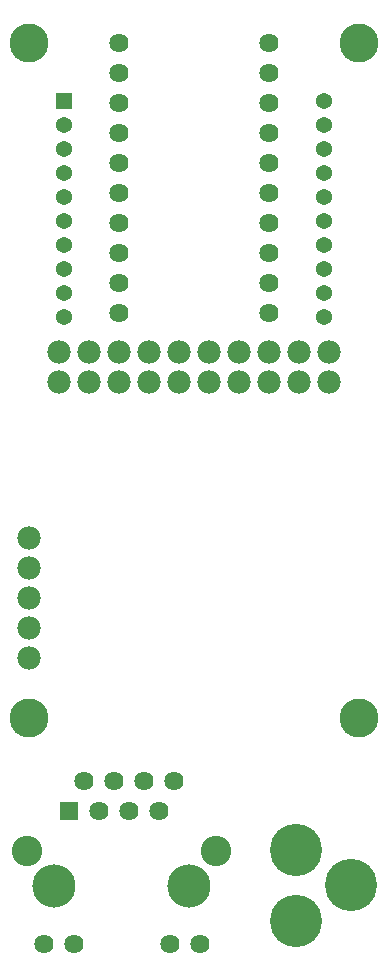
<source format=gbs>
G75*
G70*
%OFA0B0*%
%FSLAX24Y24*%
%IPPOS*%
%LPD*%
%AMOC8*
5,1,8,0,0,1.08239X$1,22.5*
%
%ADD10C,0.1300*%
%ADD11C,0.1740*%
%ADD12C,0.0780*%
%ADD13R,0.0640X0.0640*%
%ADD14C,0.0640*%
%ADD15C,0.1440*%
%ADD16C,0.1015*%
%ADD17R,0.0540X0.0540*%
%ADD18C,0.0540*%
D10*
X001554Y010889D03*
X001554Y033389D03*
X012554Y033389D03*
X012554Y010889D03*
D11*
X010454Y006482D03*
X010454Y004120D03*
X012305Y005301D03*
D12*
X011554Y022089D03*
X011554Y023089D03*
X010554Y023089D03*
X010554Y022089D03*
X009554Y022089D03*
X009554Y023089D03*
X008554Y023089D03*
X008554Y022089D03*
X007554Y022089D03*
X007554Y023089D03*
X006554Y023089D03*
X006554Y022089D03*
X005554Y022089D03*
X005554Y023089D03*
X004554Y023089D03*
X004554Y022089D03*
X003554Y022089D03*
X003554Y023089D03*
X002554Y023089D03*
X002554Y022089D03*
X001554Y016889D03*
X001554Y015889D03*
X001554Y014889D03*
X001554Y013889D03*
X001554Y012889D03*
D13*
X002904Y007789D03*
D14*
X002054Y003339D03*
X003054Y003339D03*
X003904Y007789D03*
X003404Y008789D03*
X004404Y008789D03*
X004904Y007789D03*
X005404Y008789D03*
X005904Y007789D03*
X006404Y008789D03*
X006254Y003339D03*
X007254Y003339D03*
X009554Y024389D03*
X009554Y025389D03*
X009554Y026389D03*
X009554Y027389D03*
X009554Y028389D03*
X009554Y029389D03*
X009554Y030389D03*
X009554Y031389D03*
X009554Y032389D03*
X009554Y033389D03*
X004554Y033389D03*
X004554Y032389D03*
X004554Y031389D03*
X004554Y030389D03*
X004554Y029389D03*
X004554Y028389D03*
X004554Y027389D03*
X004554Y026389D03*
X004554Y025389D03*
X004554Y024389D03*
D15*
X002404Y005289D03*
X006904Y005289D03*
D16*
X007804Y006439D03*
X001504Y006439D03*
D17*
X002724Y031439D03*
D18*
X002724Y030639D03*
X002724Y029839D03*
X002724Y029039D03*
X002724Y028239D03*
X002724Y027439D03*
X002724Y026639D03*
X002724Y025839D03*
X002724Y025039D03*
X002724Y024239D03*
X011384Y024236D03*
X011384Y025036D03*
X011384Y025836D03*
X011384Y026636D03*
X011384Y027436D03*
X011384Y028236D03*
X011384Y029036D03*
X011384Y029836D03*
X011384Y030636D03*
X011384Y031436D03*
M02*

</source>
